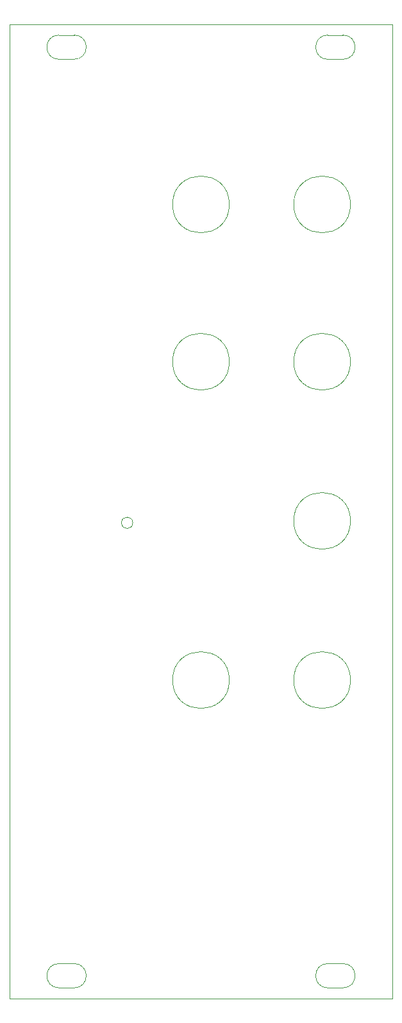
<source format=gbr>
G04 #@! TF.GenerationSoftware,KiCad,Pcbnew,(5.1.5-0)*
G04 #@! TF.CreationDate,2021-01-20T17:48:20-08:00*
G04 #@! TF.ProjectId,vcadsr,76636164-7372-42e6-9b69-6361645f7063,rev?*
G04 #@! TF.SameCoordinates,Original*
G04 #@! TF.FileFunction,Profile,NP*
%FSLAX46Y46*%
G04 Gerber Fmt 4.6, Leading zero omitted, Abs format (unit mm)*
G04 Created by KiCad (PCBNEW (5.1.5-0)) date 2021-01-20 17:48:20*
%MOMM*%
%LPD*%
G04 APERTURE LIST*
%ADD10C,0.050000*%
G04 APERTURE END LIST*
D10*
X16250000Y-65750000D02*
G75*
G03X16250000Y-65750000I-750000J0D01*
G01*
X45000000Y-86500000D02*
G75*
G03X45000000Y-86500000I-3750000J0D01*
G01*
X29000000Y-86500000D02*
G75*
G03X29000000Y-86500000I-3750000J0D01*
G01*
X45000000Y-44500000D02*
G75*
G03X45000000Y-44500000I-3750000J0D01*
G01*
X29000000Y-44500000D02*
G75*
G03X29000000Y-44500000I-3750000J0D01*
G01*
X45000000Y-65500000D02*
G75*
G03X45000000Y-65500000I-3750000J0D01*
G01*
X45000000Y-23750000D02*
G75*
G03X45000000Y-23750000I-3750000J0D01*
G01*
X29000000Y-23750000D02*
G75*
G03X29000000Y-23750000I-3750000J0D01*
G01*
X8500000Y-123900000D02*
G75*
G02X8500000Y-127100000I0J-1600000D01*
G01*
X6500000Y-123900000D02*
X8500000Y-123900000D01*
X6500000Y-127100000D02*
G75*
G02X6500000Y-123900000I0J1600000D01*
G01*
X6500000Y-127100000D02*
X8500000Y-127100000D01*
X8500000Y-1400000D02*
G75*
G02X8500000Y-4600000I0J-1600000D01*
G01*
X6500000Y-1400000D02*
X8500000Y-1400000D01*
X6500000Y-4600000D02*
G75*
G02X6500000Y-1400000I0J1600000D01*
G01*
X6500000Y-4600000D02*
X8500000Y-4600000D01*
X44000000Y-123900000D02*
G75*
G02X44000000Y-127100000I0J-1600000D01*
G01*
X42000000Y-123900000D02*
X44000000Y-123900000D01*
X42000000Y-127100000D02*
G75*
G02X42000000Y-123900000I0J1600000D01*
G01*
X42000000Y-127100000D02*
X44000000Y-127100000D01*
X42000000Y-1400000D02*
X44000000Y-1400000D01*
X42000000Y-4600000D02*
X44000000Y-4600000D01*
X42000000Y-4600000D02*
G75*
G02X42000000Y-1400000I0J1600000D01*
G01*
X44000000Y-1400000D02*
G75*
G02X44000000Y-4600000I0J-1600000D01*
G01*
X0Y-128500000D02*
X0Y0D01*
X50500000Y-128500000D02*
X0Y-128500000D01*
X50500000Y0D02*
X50500000Y-128500000D01*
X0Y0D02*
X50500000Y0D01*
M02*

</source>
